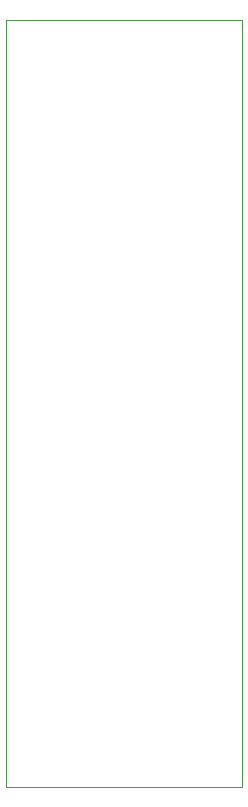
<source format=gm1>
G04 #@! TF.GenerationSoftware,KiCad,Pcbnew,9.0.2*
G04 #@! TF.CreationDate,2025-07-09T03:39:24-04:00*
G04 #@! TF.ProjectId,FBT,4642542e-6b69-4636-9164-5f7063625858,rev?*
G04 #@! TF.SameCoordinates,Original*
G04 #@! TF.FileFunction,Profile,NP*
%FSLAX46Y46*%
G04 Gerber Fmt 4.6, Leading zero omitted, Abs format (unit mm)*
G04 Created by KiCad (PCBNEW 9.0.2) date 2025-07-09 03:39:24*
%MOMM*%
%LPD*%
G01*
G04 APERTURE LIST*
G04 #@! TA.AperFunction,Profile*
%ADD10C,0.050000*%
G04 #@! TD*
G04 APERTURE END LIST*
D10*
X91500000Y-47100000D02*
X111500000Y-47100000D01*
X111500000Y-112100000D01*
X91500000Y-112100000D01*
X91500000Y-47100000D01*
M02*

</source>
